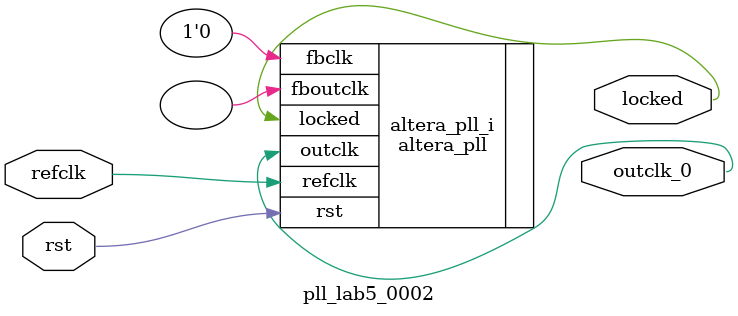
<source format=v>
`timescale 1ns/10ps
module  pll_lab5_0002(

	// interface 'refclk'
	input wire refclk,

	// interface 'reset'
	input wire rst,

	// interface 'outclk0'
	output wire outclk_0,

	// interface 'locked'
	output wire locked
);

	altera_pll #(
		.fractional_vco_multiplier("false"),
		.reference_clock_frequency("50.0 MHz"),
		.operation_mode("direct"),
		.number_of_clocks(1),
		.output_clock_frequency0("10.000000 MHz"),
		.phase_shift0("0 ps"),
		.duty_cycle0(50),
		.output_clock_frequency1("0 MHz"),
		.phase_shift1("0 ps"),
		.duty_cycle1(50),
		.output_clock_frequency2("0 MHz"),
		.phase_shift2("0 ps"),
		.duty_cycle2(50),
		.output_clock_frequency3("0 MHz"),
		.phase_shift3("0 ps"),
		.duty_cycle3(50),
		.output_clock_frequency4("0 MHz"),
		.phase_shift4("0 ps"),
		.duty_cycle4(50),
		.output_clock_frequency5("0 MHz"),
		.phase_shift5("0 ps"),
		.duty_cycle5(50),
		.output_clock_frequency6("0 MHz"),
		.phase_shift6("0 ps"),
		.duty_cycle6(50),
		.output_clock_frequency7("0 MHz"),
		.phase_shift7("0 ps"),
		.duty_cycle7(50),
		.output_clock_frequency8("0 MHz"),
		.phase_shift8("0 ps"),
		.duty_cycle8(50),
		.output_clock_frequency9("0 MHz"),
		.phase_shift9("0 ps"),
		.duty_cycle9(50),
		.output_clock_frequency10("0 MHz"),
		.phase_shift10("0 ps"),
		.duty_cycle10(50),
		.output_clock_frequency11("0 MHz"),
		.phase_shift11("0 ps"),
		.duty_cycle11(50),
		.output_clock_frequency12("0 MHz"),
		.phase_shift12("0 ps"),
		.duty_cycle12(50),
		.output_clock_frequency13("0 MHz"),
		.phase_shift13("0 ps"),
		.duty_cycle13(50),
		.output_clock_frequency14("0 MHz"),
		.phase_shift14("0 ps"),
		.duty_cycle14(50),
		.output_clock_frequency15("0 MHz"),
		.phase_shift15("0 ps"),
		.duty_cycle15(50),
		.output_clock_frequency16("0 MHz"),
		.phase_shift16("0 ps"),
		.duty_cycle16(50),
		.output_clock_frequency17("0 MHz"),
		.phase_shift17("0 ps"),
		.duty_cycle17(50),
		.pll_type("General"),
		.pll_subtype("General")
	) altera_pll_i (
		.rst	(rst),
		.outclk	({outclk_0}),
		.locked	(locked),
		.fboutclk	( ),
		.fbclk	(1'b0),
		.refclk	(refclk)
	);
endmodule


</source>
